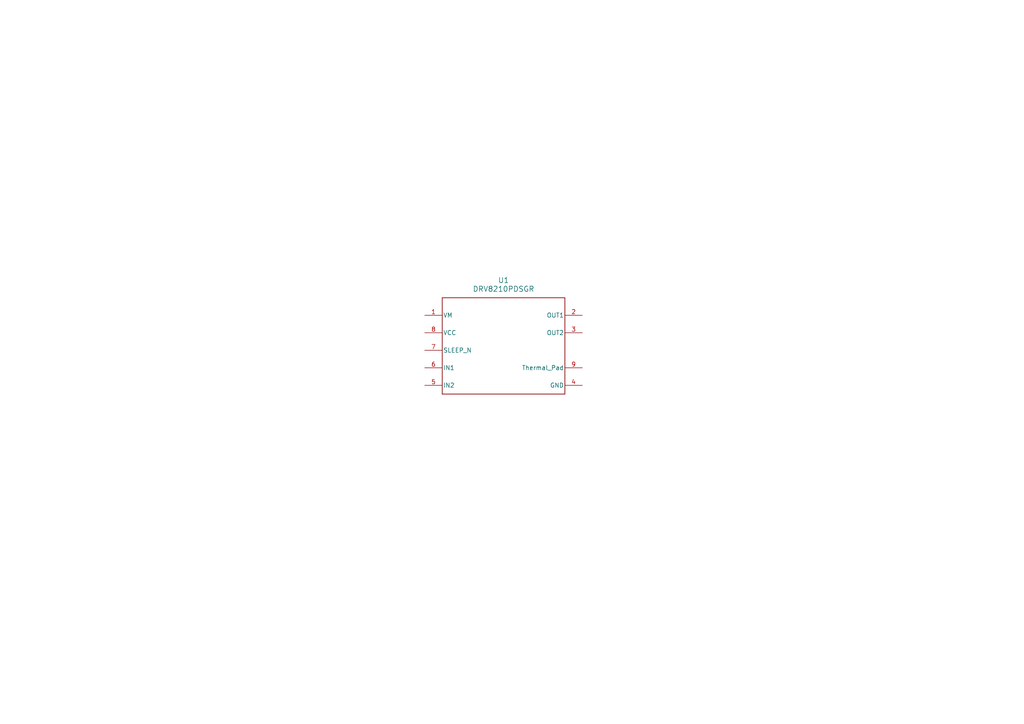
<source format=kicad_sch>
(kicad_sch (version 20250114) (generator "eeschema") (generator_version "9.0")
  (paper "A4")
  (lib_symbols
    (symbol "2025-09-23_20-21-05:DRV8210PDSGR" (pin_names (offset 0.254))
      (property "Reference" "U" (at -22.86 10.16 0))
      (property "Value" "DRV8210PDSGR" (at -22.86 7.62 0))
      (symbol "DRV8210PDSGR_0_1"
        (polyline (pts (xy -17.78 12.7) (xy -17.78 -15.24)) (stroke (width 0.2032)))
        (polyline (pts (xy -17.78 -15.24) (xy 17.78 -15.24)) (stroke (width 0.2032)))
        (polyline (pts (xy 17.78 12.7) (xy -17.78 12.7)) (stroke (width 0.2032)))
        (polyline (pts (xy 17.78 -15.24) (xy 17.78 12.7)) (stroke (width 0.2032)))
        (pin power_in line (at -22.86 7.62 0) (length 5.08) (name "VM") (number "1"))
        (pin power_in line (at -22.86 2.54 0) (length 5.08) (name "VCC") (number "8"))
        (pin input line (at -22.86 -2.54 0) (length 5.08) (name "SLEEP_N") (number "7"))
        (pin input line (at -22.86 -7.62 0) (length 5.08) (name "IN1") (number "6"))
        (pin input line (at -22.86 -12.7 0) (length 5.08) (name "IN2") (number "5"))
        (pin output line (at 22.86 7.62 180) (length 5.08) (name "OUT1") (number "2"))
        (pin output line (at 22.86 2.54 180) (length 5.08) (name "OUT2") (number "3"))
        (pin power_in line (at 22.86 -7.62 180) (length 5.08) (name "Thermal_Pad") (number "9"))
        (pin power_in line (at 22.86 -12.7 180) (length 5.08) (name "GND") (number "4"))
      )
    )
  )
  (symbol (lib_id "2025-09-23_20-21-05:DRV8210PDSGR") (at 146.05 99.06 0) (unit 1)
    (property "Reference" "U1" (at 146.05 81.28 0) (effects (font (size 1.524 1.524))))
    (property "Value" "DRV8210PDSGR" (at 146.05 83.82 0) (effects (font (size 1.524 1.524))))
    (property "Footprint" "DSG0008A-IPC_A" (effects (hide yes)))
    (property "Datasheet" "https://www.ti.com/lit/gpn/drv8210p" (effects (hide yes)))
  )
)
</source>
